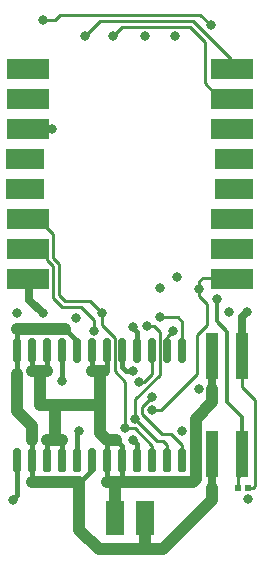
<source format=gbr>
%TF.GenerationSoftware,KiCad,Pcbnew,(5.1.10-1-10_14)*%
%TF.CreationDate,2021-06-13T18:58:13+09:00*%
%TF.ProjectId,tracer,74726163-6572-42e6-9b69-6361645f7063,rev?*%
%TF.SameCoordinates,Original*%
%TF.FileFunction,Copper,L1,Top*%
%TF.FilePolarity,Positive*%
%FSLAX46Y46*%
G04 Gerber Fmt 4.6, Leading zero omitted, Abs format (unit mm)*
G04 Created by KiCad (PCBNEW (5.1.10-1-10_14)) date 2021-06-13 18:58:13*
%MOMM*%
%LPD*%
G01*
G04 APERTURE LIST*
%TA.AperFunction,SMDPad,CuDef*%
%ADD10R,3.600000X1.800000*%
%TD*%
%TA.AperFunction,SMDPad,CuDef*%
%ADD11R,3.200000X1.800000*%
%TD*%
%TA.AperFunction,SMDPad,CuDef*%
%ADD12R,1.500000X3.000000*%
%TD*%
%TA.AperFunction,ComponentPad*%
%ADD13C,0.800000*%
%TD*%
%TA.AperFunction,SMDPad,CuDef*%
%ADD14R,1.000000X4.000000*%
%TD*%
%TA.AperFunction,SMDPad,CuDef*%
%ADD15R,0.500000X0.600000*%
%TD*%
%TA.AperFunction,ViaPad*%
%ADD16C,0.800000*%
%TD*%
%TA.AperFunction,Conductor*%
%ADD17C,0.457200*%
%TD*%
%TA.AperFunction,Conductor*%
%ADD18C,0.635000*%
%TD*%
%TA.AperFunction,Conductor*%
%ADD19C,0.250000*%
%TD*%
%TA.AperFunction,Conductor*%
%ADD20C,1.016000*%
%TD*%
%TA.AperFunction,Conductor*%
%ADD21C,0.304800*%
%TD*%
G04 APERTURE END LIST*
D10*
%TO.P,A1,1*%
%TO.N,+5V*%
X-8636000Y43307000D03*
%TO.P,A1,2*%
%TO.N,GND*%
X-8636000Y40767000D03*
%TO.P,A1,3*%
%TO.N,+3V3*%
X-8636000Y38227000D03*
D11*
%TO.P,A1,4*%
%TO.N,/RELAY1*%
X-8836000Y35687000D03*
%TO.P,A1,5*%
%TO.N,/RELAY2*%
X-8836000Y33147000D03*
D10*
%TO.P,A1,6*%
%TO.N,/~SHDN*%
X-8636000Y30607000D03*
%TO.P,A1,7*%
%TO.N,/~RS*%
X-8636000Y28067000D03*
%TO.P,A1,8*%
%TO.N,GND*%
X-8636000Y25527000D03*
%TO.P,A1,9*%
%TO.N,/SDI*%
X8636000Y25527000D03*
%TO.P,A1,10*%
%TO.N,/CLK*%
X8636000Y28067000D03*
%TO.P,A1,11*%
%TO.N,/~SS*%
X8636000Y30607000D03*
D11*
%TO.P,A1,12*%
%TO.N,/SDO1_3V*%
X8836000Y33147000D03*
%TO.P,A1,13*%
%TO.N,Net-(A1-Pad13)*%
X8836000Y35687000D03*
D10*
%TO.P,A1,14*%
%TO.N,Net-(A1-Pad14)*%
X8636000Y38227000D03*
%TO.P,A1,15*%
%TO.N,Net-(A1-Pad15)*%
X8636000Y40767000D03*
%TO.P,A1,16*%
%TO.N,Net-(A1-Pad16)*%
X8636000Y43307000D03*
%TD*%
D12*
%TO.P,J1,1*%
%TO.N,/SIG1A*%
X-1270000Y5327000D03*
%TO.P,J1,3*%
%TO.N,/SIG1B*%
X1270000Y5327000D03*
%TD*%
D13*
%TO.P,TP14,1*%
%TO.N,Net-(A1-Pad14)*%
X9906000Y38227000D03*
%TD*%
%TO.P,TP13,1*%
%TO.N,Net-(A1-Pad13)*%
X9906000Y35687000D03*
%TD*%
D14*
%TO.P,K1,2*%
%TO.N,Net-(D1-Pad2)*%
X9525000Y10680000D03*
%TO.P,K1,4*%
%TO.N,/SIG1B*%
X6985000Y10680000D03*
%TO.P,K1,3*%
%TO.N,/SIG1A*%
X6985000Y18980000D03*
%TO.P,K1,1*%
%TO.N,+5V*%
X9525000Y18980000D03*
%TD*%
D15*
%TO.P,D1,2*%
%TO.N,Net-(D1-Pad2)*%
X9195000Y7845000D03*
%TO.P,D1,1*%
%TO.N,+5V*%
X9995000Y7845000D03*
%TD*%
%TO.P,U1,1*%
%TO.N,GND*%
%TA.AperFunction,SMDPad,CuDef*%
G36*
G01*
X-9375000Y9155000D02*
X-9675000Y9155000D01*
G75*
G02*
X-9825000Y9305000I0J150000D01*
G01*
X-9825000Y11055000D01*
G75*
G02*
X-9675000Y11205000I150000J0D01*
G01*
X-9375000Y11205000D01*
G75*
G02*
X-9225000Y11055000I0J-150000D01*
G01*
X-9225000Y9305000D01*
G75*
G02*
X-9375000Y9155000I-150000J0D01*
G01*
G37*
%TD.AperFunction*%
%TO.P,U1,2*%
%TO.N,/SIG1B*%
%TA.AperFunction,SMDPad,CuDef*%
G36*
G01*
X-8105000Y9155000D02*
X-8405000Y9155000D01*
G75*
G02*
X-8555000Y9305000I0J150000D01*
G01*
X-8555000Y11055000D01*
G75*
G02*
X-8405000Y11205000I150000J0D01*
G01*
X-8105000Y11205000D01*
G75*
G02*
X-7955000Y11055000I0J-150000D01*
G01*
X-7955000Y9305000D01*
G75*
G02*
X-8105000Y9155000I-150000J0D01*
G01*
G37*
%TD.AperFunction*%
%TO.P,U1,3*%
%TO.N,/SIG1A*%
%TA.AperFunction,SMDPad,CuDef*%
G36*
G01*
X-6835000Y9155000D02*
X-7135000Y9155000D01*
G75*
G02*
X-7285000Y9305000I0J150000D01*
G01*
X-7285000Y11055000D01*
G75*
G02*
X-7135000Y11205000I150000J0D01*
G01*
X-6835000Y11205000D01*
G75*
G02*
X-6685000Y11055000I0J-150000D01*
G01*
X-6685000Y9305000D01*
G75*
G02*
X-6835000Y9155000I-150000J0D01*
G01*
G37*
%TD.AperFunction*%
%TO.P,U1,4*%
%TA.AperFunction,SMDPad,CuDef*%
G36*
G01*
X-5565000Y9155000D02*
X-5865000Y9155000D01*
G75*
G02*
X-6015000Y9305000I0J150000D01*
G01*
X-6015000Y11055000D01*
G75*
G02*
X-5865000Y11205000I150000J0D01*
G01*
X-5565000Y11205000D01*
G75*
G02*
X-5415000Y11055000I0J-150000D01*
G01*
X-5415000Y9305000D01*
G75*
G02*
X-5565000Y9155000I-150000J0D01*
G01*
G37*
%TD.AperFunction*%
%TO.P,U1,5*%
%TO.N,GND*%
%TA.AperFunction,SMDPad,CuDef*%
G36*
G01*
X-4295000Y9155000D02*
X-4595000Y9155000D01*
G75*
G02*
X-4745000Y9305000I0J150000D01*
G01*
X-4745000Y11055000D01*
G75*
G02*
X-4595000Y11205000I150000J0D01*
G01*
X-4295000Y11205000D01*
G75*
G02*
X-4145000Y11055000I0J-150000D01*
G01*
X-4145000Y9305000D01*
G75*
G02*
X-4295000Y9155000I-150000J0D01*
G01*
G37*
%TD.AperFunction*%
%TO.P,U1,6*%
%TO.N,/SIG1B*%
%TA.AperFunction,SMDPad,CuDef*%
G36*
G01*
X-3025000Y9155000D02*
X-3325000Y9155000D01*
G75*
G02*
X-3475000Y9305000I0J150000D01*
G01*
X-3475000Y11055000D01*
G75*
G02*
X-3325000Y11205000I150000J0D01*
G01*
X-3025000Y11205000D01*
G75*
G02*
X-2875000Y11055000I0J-150000D01*
G01*
X-2875000Y9305000D01*
G75*
G02*
X-3025000Y9155000I-150000J0D01*
G01*
G37*
%TD.AperFunction*%
%TO.P,U1,7*%
%TO.N,/SIG1A*%
%TA.AperFunction,SMDPad,CuDef*%
G36*
G01*
X-1755000Y9155000D02*
X-2055000Y9155000D01*
G75*
G02*
X-2205000Y9305000I0J150000D01*
G01*
X-2205000Y11055000D01*
G75*
G02*
X-2055000Y11205000I150000J0D01*
G01*
X-1755000Y11205000D01*
G75*
G02*
X-1605000Y11055000I0J-150000D01*
G01*
X-1605000Y9305000D01*
G75*
G02*
X-1755000Y9155000I-150000J0D01*
G01*
G37*
%TD.AperFunction*%
%TO.P,U1,8*%
%TA.AperFunction,SMDPad,CuDef*%
G36*
G01*
X-485000Y9155000D02*
X-785000Y9155000D01*
G75*
G02*
X-935000Y9305000I0J150000D01*
G01*
X-935000Y11055000D01*
G75*
G02*
X-785000Y11205000I150000J0D01*
G01*
X-485000Y11205000D01*
G75*
G02*
X-335000Y11055000I0J-150000D01*
G01*
X-335000Y9305000D01*
G75*
G02*
X-485000Y9155000I-150000J0D01*
G01*
G37*
%TD.AperFunction*%
%TO.P,U1,9*%
%TO.N,GND*%
%TA.AperFunction,SMDPad,CuDef*%
G36*
G01*
X785000Y9155000D02*
X485000Y9155000D01*
G75*
G02*
X335000Y9305000I0J150000D01*
G01*
X335000Y11055000D01*
G75*
G02*
X485000Y11205000I150000J0D01*
G01*
X785000Y11205000D01*
G75*
G02*
X935000Y11055000I0J-150000D01*
G01*
X935000Y9305000D01*
G75*
G02*
X785000Y9155000I-150000J0D01*
G01*
G37*
%TD.AperFunction*%
%TO.P,U1,10*%
%TO.N,/~SHDN*%
%TA.AperFunction,SMDPad,CuDef*%
G36*
G01*
X2055000Y9155000D02*
X1755000Y9155000D01*
G75*
G02*
X1605000Y9305000I0J150000D01*
G01*
X1605000Y11055000D01*
G75*
G02*
X1755000Y11205000I150000J0D01*
G01*
X2055000Y11205000D01*
G75*
G02*
X2205000Y11055000I0J-150000D01*
G01*
X2205000Y9305000D01*
G75*
G02*
X2055000Y9155000I-150000J0D01*
G01*
G37*
%TD.AperFunction*%
%TO.P,U1,11*%
%TO.N,/~SS*%
%TA.AperFunction,SMDPad,CuDef*%
G36*
G01*
X3325000Y9155000D02*
X3025000Y9155000D01*
G75*
G02*
X2875000Y9305000I0J150000D01*
G01*
X2875000Y11055000D01*
G75*
G02*
X3025000Y11205000I150000J0D01*
G01*
X3325000Y11205000D01*
G75*
G02*
X3475000Y11055000I0J-150000D01*
G01*
X3475000Y9305000D01*
G75*
G02*
X3325000Y9155000I-150000J0D01*
G01*
G37*
%TD.AperFunction*%
%TO.P,U1,12*%
%TO.N,/SDO2*%
%TA.AperFunction,SMDPad,CuDef*%
G36*
G01*
X4595000Y9155000D02*
X4295000Y9155000D01*
G75*
G02*
X4145000Y9305000I0J150000D01*
G01*
X4145000Y11055000D01*
G75*
G02*
X4295000Y11205000I150000J0D01*
G01*
X4595000Y11205000D01*
G75*
G02*
X4745000Y11055000I0J-150000D01*
G01*
X4745000Y9305000D01*
G75*
G02*
X4595000Y9155000I-150000J0D01*
G01*
G37*
%TD.AperFunction*%
%TO.P,U1,13*%
%TO.N,/SDO1_5V*%
%TA.AperFunction,SMDPad,CuDef*%
G36*
G01*
X4595000Y18455000D02*
X4295000Y18455000D01*
G75*
G02*
X4145000Y18605000I0J150000D01*
G01*
X4145000Y20355000D01*
G75*
G02*
X4295000Y20505000I150000J0D01*
G01*
X4595000Y20505000D01*
G75*
G02*
X4745000Y20355000I0J-150000D01*
G01*
X4745000Y18605000D01*
G75*
G02*
X4595000Y18455000I-150000J0D01*
G01*
G37*
%TD.AperFunction*%
%TO.P,U1,14*%
%TO.N,/CLK*%
%TA.AperFunction,SMDPad,CuDef*%
G36*
G01*
X3325000Y18455000D02*
X3025000Y18455000D01*
G75*
G02*
X2875000Y18605000I0J150000D01*
G01*
X2875000Y20355000D01*
G75*
G02*
X3025000Y20505000I150000J0D01*
G01*
X3325000Y20505000D01*
G75*
G02*
X3475000Y20355000I0J-150000D01*
G01*
X3475000Y18605000D01*
G75*
G02*
X3325000Y18455000I-150000J0D01*
G01*
G37*
%TD.AperFunction*%
%TO.P,U1,15*%
%TO.N,/~RS*%
%TA.AperFunction,SMDPad,CuDef*%
G36*
G01*
X2055000Y18455000D02*
X1755000Y18455000D01*
G75*
G02*
X1605000Y18605000I0J150000D01*
G01*
X1605000Y20355000D01*
G75*
G02*
X1755000Y20505000I150000J0D01*
G01*
X2055000Y20505000D01*
G75*
G02*
X2205000Y20355000I0J-150000D01*
G01*
X2205000Y18605000D01*
G75*
G02*
X2055000Y18455000I-150000J0D01*
G01*
G37*
%TD.AperFunction*%
%TO.P,U1,16*%
%TO.N,+5V*%
%TA.AperFunction,SMDPad,CuDef*%
G36*
G01*
X785000Y18455000D02*
X485000Y18455000D01*
G75*
G02*
X335000Y18605000I0J150000D01*
G01*
X335000Y20355000D01*
G75*
G02*
X485000Y20505000I150000J0D01*
G01*
X785000Y20505000D01*
G75*
G02*
X935000Y20355000I0J-150000D01*
G01*
X935000Y18605000D01*
G75*
G02*
X785000Y18455000I-150000J0D01*
G01*
G37*
%TD.AperFunction*%
%TO.P,U1,17*%
%TO.N,GND*%
%TA.AperFunction,SMDPad,CuDef*%
G36*
G01*
X-485000Y18455000D02*
X-785000Y18455000D01*
G75*
G02*
X-935000Y18605000I0J150000D01*
G01*
X-935000Y20355000D01*
G75*
G02*
X-785000Y20505000I150000J0D01*
G01*
X-485000Y20505000D01*
G75*
G02*
X-335000Y20355000I0J-150000D01*
G01*
X-335000Y18605000D01*
G75*
G02*
X-485000Y18455000I-150000J0D01*
G01*
G37*
%TD.AperFunction*%
%TO.P,U1,18*%
%TO.N,/SIG1A*%
%TA.AperFunction,SMDPad,CuDef*%
G36*
G01*
X-1755000Y18455000D02*
X-2055000Y18455000D01*
G75*
G02*
X-2205000Y18605000I0J150000D01*
G01*
X-2205000Y20355000D01*
G75*
G02*
X-2055000Y20505000I150000J0D01*
G01*
X-1755000Y20505000D01*
G75*
G02*
X-1605000Y20355000I0J-150000D01*
G01*
X-1605000Y18605000D01*
G75*
G02*
X-1755000Y18455000I-150000J0D01*
G01*
G37*
%TD.AperFunction*%
%TO.P,U1,19*%
%TA.AperFunction,SMDPad,CuDef*%
G36*
G01*
X-3025000Y18455000D02*
X-3325000Y18455000D01*
G75*
G02*
X-3475000Y18605000I0J150000D01*
G01*
X-3475000Y20355000D01*
G75*
G02*
X-3325000Y20505000I150000J0D01*
G01*
X-3025000Y20505000D01*
G75*
G02*
X-2875000Y20355000I0J-150000D01*
G01*
X-2875000Y18605000D01*
G75*
G02*
X-3025000Y18455000I-150000J0D01*
G01*
G37*
%TD.AperFunction*%
%TO.P,U1,20*%
%TO.N,/SIG1B*%
%TA.AperFunction,SMDPad,CuDef*%
G36*
G01*
X-4295000Y18455000D02*
X-4595000Y18455000D01*
G75*
G02*
X-4745000Y18605000I0J150000D01*
G01*
X-4745000Y20355000D01*
G75*
G02*
X-4595000Y20505000I150000J0D01*
G01*
X-4295000Y20505000D01*
G75*
G02*
X-4145000Y20355000I0J-150000D01*
G01*
X-4145000Y18605000D01*
G75*
G02*
X-4295000Y18455000I-150000J0D01*
G01*
G37*
%TD.AperFunction*%
%TO.P,U1,21*%
%TO.N,GND*%
%TA.AperFunction,SMDPad,CuDef*%
G36*
G01*
X-5565000Y18455000D02*
X-5865000Y18455000D01*
G75*
G02*
X-6015000Y18605000I0J150000D01*
G01*
X-6015000Y20355000D01*
G75*
G02*
X-5865000Y20505000I150000J0D01*
G01*
X-5565000Y20505000D01*
G75*
G02*
X-5415000Y20355000I0J-150000D01*
G01*
X-5415000Y18605000D01*
G75*
G02*
X-5565000Y18455000I-150000J0D01*
G01*
G37*
%TD.AperFunction*%
%TO.P,U1,22*%
%TO.N,/SIG1A*%
%TA.AperFunction,SMDPad,CuDef*%
G36*
G01*
X-6835000Y18455000D02*
X-7135000Y18455000D01*
G75*
G02*
X-7285000Y18605000I0J150000D01*
G01*
X-7285000Y20355000D01*
G75*
G02*
X-7135000Y20505000I150000J0D01*
G01*
X-6835000Y20505000D01*
G75*
G02*
X-6685000Y20355000I0J-150000D01*
G01*
X-6685000Y18605000D01*
G75*
G02*
X-6835000Y18455000I-150000J0D01*
G01*
G37*
%TD.AperFunction*%
%TO.P,U1,23*%
%TA.AperFunction,SMDPad,CuDef*%
G36*
G01*
X-8105000Y18455000D02*
X-8405000Y18455000D01*
G75*
G02*
X-8555000Y18605000I0J150000D01*
G01*
X-8555000Y20355000D01*
G75*
G02*
X-8405000Y20505000I150000J0D01*
G01*
X-8105000Y20505000D01*
G75*
G02*
X-7955000Y20355000I0J-150000D01*
G01*
X-7955000Y18605000D01*
G75*
G02*
X-8105000Y18455000I-150000J0D01*
G01*
G37*
%TD.AperFunction*%
%TO.P,U1,24*%
%TO.N,/SIG1B*%
%TA.AperFunction,SMDPad,CuDef*%
G36*
G01*
X-9375000Y18455000D02*
X-9675000Y18455000D01*
G75*
G02*
X-9825000Y18605000I0J150000D01*
G01*
X-9825000Y20355000D01*
G75*
G02*
X-9675000Y20505000I150000J0D01*
G01*
X-9375000Y20505000D01*
G75*
G02*
X-9225000Y20355000I0J-150000D01*
G01*
X-9225000Y18605000D01*
G75*
G02*
X-9375000Y18455000I-150000J0D01*
G01*
G37*
%TD.AperFunction*%
%TD*%
D16*
%TO.N,GND*%
X5842000Y16227000D03*
X-5715000Y16925500D03*
X-7366000Y22640500D03*
X254000Y17751000D03*
X4445000Y12671000D03*
X-9906000Y40767000D03*
X10033000Y6921500D03*
X-9906000Y6858000D03*
X254000Y11938000D03*
X2540000Y24765000D03*
X3810000Y46100000D03*
X-4318000Y12671000D03*
X8445500Y22733000D03*
%TO.N,/~SS*%
X9906000Y30607000D03*
X444500Y13652500D03*
X1460500Y21526500D03*
%TO.N,/CLK*%
X9906000Y28067000D03*
X3683000Y21145500D03*
%TO.N,/SDI*%
X1905000Y14414500D03*
X5905500Y24701500D03*
%TO.N,/~SHDN*%
X-9906000Y30607000D03*
X-381000Y12890500D03*
X-2349500Y22669500D03*
%TO.N,/~RS*%
X-2984500Y21116500D03*
X-9906000Y28067000D03*
X800000Y16800000D03*
%TO.N,+5V*%
X-9525000Y22640500D03*
X9937750Y22701250D03*
X254000Y21463000D03*
X-4508500Y22225000D03*
X-9900000Y42900000D03*
%TO.N,/SDO2*%
X1873250Y15525750D03*
%TO.N,+3V3*%
X-6604000Y38227000D03*
X1270000Y46100000D03*
X4000500Y25715000D03*
%TO.N,Net-(A1-Pad15)*%
X-1400000Y46100000D03*
%TO.N,Net-(A1-Pad16)*%
X-3800000Y46100000D03*
%TO.N,Net-(D1-Pad2)*%
X7366000Y23876000D03*
%TO.N,Net-(A1-Pad14)*%
X-7300000Y47500000D03*
X6900000Y47000000D03*
%TO.N,/RELAY1*%
X-9906000Y35687000D03*
%TO.N,/RELAY2*%
X-9906000Y33147000D03*
%TO.N,/SDO1_3V*%
X9906000Y33147000D03*
%TO.N,/SDO1_5V*%
X2540000Y22288500D03*
%TD*%
D17*
%TO.N,GND*%
X-5715000Y19480000D02*
X-5715000Y16925500D01*
X-8505000Y25557500D02*
X-8509000Y25561500D01*
D18*
X-8505000Y23779500D02*
X-8505000Y25557500D01*
X-7366000Y22640500D02*
X-8505000Y23779500D01*
D17*
X-7821000Y40865000D02*
X-8075000Y40611000D01*
X-635000Y18068500D02*
X-635000Y19480000D01*
X-317500Y17751000D02*
X-635000Y18068500D01*
X254000Y17751000D02*
X-317500Y17751000D01*
D19*
X-9808000Y40865000D02*
X-9906000Y40767000D01*
X-8509000Y40865000D02*
X-9808000Y40865000D01*
D17*
X-9525000Y7210000D02*
X-9525000Y10180000D01*
X-9906000Y6858000D02*
X-9877000Y6858000D01*
X-9877000Y6858000D02*
X-9525000Y7210000D01*
X635000Y11557000D02*
X635000Y10180000D01*
X254000Y11938000D02*
X635000Y11557000D01*
X-4318000Y12671000D02*
X-4445000Y12544000D01*
X-4445000Y12544000D02*
X-4445000Y10180000D01*
D19*
%TO.N,/~SS*%
X3175000Y11493500D02*
X3175000Y10180000D01*
X2286000Y11811000D02*
X2857500Y11811000D01*
X2857500Y11811000D02*
X3175000Y11493500D01*
X444500Y13652500D02*
X2286000Y11811000D01*
X444500Y15344500D02*
X444500Y13652500D01*
X2540000Y17440000D02*
X444500Y15344500D01*
X2540000Y21082000D02*
X2540000Y17440000D01*
X2095500Y21526500D02*
X2540000Y21082000D01*
X1460500Y21526500D02*
X2095500Y21526500D01*
%TO.N,/CLK*%
X3683000Y21145500D02*
X3175000Y20637500D01*
X3175000Y20637500D02*
X3175000Y19480000D01*
%TO.N,/SDI*%
X2667000Y14414500D02*
X1905000Y14414500D01*
X5715000Y17462500D02*
X2667000Y14414500D01*
X5715000Y20828000D02*
X5715000Y17462500D01*
X6540500Y21653500D02*
X5715000Y20828000D01*
X6540500Y23431500D02*
X6540500Y21653500D01*
X5905500Y24066500D02*
X6540500Y23431500D01*
X5905500Y24701500D02*
X5905500Y24066500D01*
X6194000Y25625000D02*
X8699500Y25625000D01*
X5905500Y25336500D02*
X6194000Y25625000D01*
X5905500Y24701500D02*
X5905500Y25336500D01*
%TO.N,/~SHDN*%
X-381000Y12890500D02*
X444500Y12890500D01*
X444500Y12890500D02*
X1905000Y11430000D01*
X1905000Y11430000D02*
X1905000Y10180000D01*
X-1270000Y20545000D02*
X-1270000Y17716500D01*
X-381000Y16827500D02*
X-381000Y12890500D01*
X-1270000Y17716500D02*
X-381000Y16827500D01*
X-2349500Y21624500D02*
X-1270000Y20545000D01*
X-2349500Y22669500D02*
X-2349500Y21624500D01*
X-6477000Y29337000D02*
X-7845000Y30705000D01*
X-7845000Y30705000D02*
X-9842500Y30705000D01*
X-5969000Y26797000D02*
X-6477000Y27305000D01*
X-5461000Y23685500D02*
X-5969000Y24193500D01*
X-5969000Y24193500D02*
X-5969000Y26797000D01*
X-3365500Y23685500D02*
X-5461000Y23685500D01*
X-6477000Y27305000D02*
X-6477000Y29337000D01*
X-2349500Y22669500D02*
X-3365500Y23685500D01*
%TO.N,/~RS*%
X-7048500Y28165000D02*
X-7683500Y28165000D01*
X-8509000Y28165000D02*
X-7239000Y28165000D01*
X-7239000Y28165000D02*
X-7048500Y28165000D01*
X-8509000Y28165000D02*
X-9842500Y28165000D01*
X1905000Y17497000D02*
X1905000Y19480000D01*
X1208000Y16800000D02*
X1905000Y17497000D01*
X800000Y16800000D02*
X1208000Y16800000D01*
X-6985000Y27114500D02*
X-6985000Y28101500D01*
X-6477000Y26606500D02*
X-6985000Y27114500D01*
X-4127500Y23177500D02*
X-5715000Y23177500D01*
X-6985000Y28101500D02*
X-7048500Y28165000D01*
X-5715000Y23177500D02*
X-6477000Y23939500D01*
X-2984500Y22034500D02*
X-4127500Y23177500D01*
X-6477000Y23939500D02*
X-6477000Y26606500D01*
X-2984500Y21116500D02*
X-2984500Y22034500D01*
%TO.N,+5V*%
X9525000Y16354000D02*
X9525000Y18894000D01*
X10604500Y15274500D02*
X9525000Y16354000D01*
X10604500Y8035500D02*
X10604500Y15274500D01*
X10414000Y7845000D02*
X10604500Y8035500D01*
X9995000Y7845000D02*
X10414000Y7845000D01*
D18*
X9525000Y22288500D02*
X9525000Y18980000D01*
X9937750Y22701250D02*
X9525000Y22288500D01*
D17*
X254000Y21463000D02*
X635000Y21082000D01*
X635000Y21082000D02*
X635000Y19402000D01*
D19*
X-9900000Y43313000D02*
X-9808000Y43405000D01*
X-9900000Y42900000D02*
X-9900000Y43313000D01*
D17*
%TO.N,/SIG1B*%
X-8255000Y10180000D02*
X-8255000Y8067000D01*
X-8255000Y10131000D02*
X-8255000Y10004000D01*
X-9525000Y17497000D02*
X-9525000Y19529000D01*
D18*
X6985000Y7845000D02*
X6985000Y10258000D01*
D17*
X-9525000Y19480000D02*
X-9525000Y21307000D01*
X-8255000Y10180000D02*
X-8255000Y11909000D01*
D20*
X-8255000Y13052000D02*
X-8255000Y11909000D01*
X-9525000Y14322000D02*
X-8255000Y13052000D01*
X-9525000Y17497000D02*
X-9525000Y14322000D01*
D17*
X-4286000Y8258000D02*
X-4286000Y8067000D01*
X-3175000Y9369000D02*
X-4286000Y8258000D01*
X-3175000Y10180000D02*
X-3175000Y9369000D01*
D20*
X1270000Y2828500D02*
X1460500Y2638000D01*
X1270000Y5327000D02*
X1270000Y2828500D01*
X-2603500Y2638000D02*
X1460500Y2638000D01*
X-4286000Y8353000D02*
X-4286000Y4320500D01*
X-4286000Y4320500D02*
X-2603500Y2638000D01*
X-8255000Y8353000D02*
X-4286000Y8353000D01*
X6985000Y6829000D02*
X6985000Y7845000D01*
X2794000Y2638000D02*
X6985000Y6829000D01*
X1460500Y2638000D02*
X2794000Y2638000D01*
D17*
X-4445000Y20262000D02*
X-5490000Y21307000D01*
X-4445000Y19480000D02*
X-4445000Y20262000D01*
D20*
X-9525000Y21307000D02*
X-5490000Y21307000D01*
%TO.N,/SIG1A*%
X-6985000Y11909000D02*
X-5715000Y11909000D01*
D17*
X-5715000Y10180000D02*
X-5715000Y11909000D01*
X-6985000Y10180000D02*
X-6985000Y11909000D01*
D20*
X-8255000Y17751000D02*
X-6985000Y17751000D01*
D17*
X-8255000Y19480000D02*
X-8255000Y17751000D01*
X-6985000Y19480000D02*
X-6985000Y17751000D01*
X-3175000Y19480000D02*
X-3175000Y17751000D01*
D20*
X-6350000Y14830000D02*
X-6350000Y12290000D01*
X-2540000Y17497000D02*
X-2540000Y14830000D01*
D18*
X6985000Y18980000D02*
X6985000Y16227000D01*
D17*
X-1905000Y10180000D02*
X-1905000Y8353000D01*
X-635000Y10180000D02*
X-635000Y8353000D01*
D20*
X-635000Y8353000D02*
X1397000Y8353000D01*
D18*
X1365000Y8321000D02*
X1397000Y8353000D01*
D20*
X-3175000Y17751000D02*
X-2159000Y17751000D01*
D17*
X-1905000Y18005000D02*
X-2159000Y17751000D01*
X-1905000Y19480000D02*
X-1905000Y18005000D01*
D20*
X5588000Y13687000D02*
X5588000Y8607000D01*
X5334000Y8353000D02*
X1397000Y8353000D01*
X6985000Y15084000D02*
X5588000Y13687000D01*
X5588000Y8607000D02*
X5334000Y8353000D01*
X6985000Y16227000D02*
X6985000Y15084000D01*
X-1270000Y8162500D02*
X-1079500Y8353000D01*
X-1270000Y4327000D02*
X-1270000Y8162500D01*
X-1079500Y8353000D02*
X-635000Y8353000D01*
X-1905000Y8353000D02*
X-1079500Y8353000D01*
X-7620000Y14830000D02*
X-2505500Y14830000D01*
X-7620000Y17497000D02*
X-7620000Y14830000D01*
D17*
X-1905000Y10180000D02*
X-1905000Y11938000D01*
D20*
X-2505500Y12538500D02*
X-1905000Y11938000D01*
X-2505500Y14830000D02*
X-2505500Y12538500D01*
X-1778000Y11938000D02*
X-1143000Y11938000D01*
D17*
X-1143000Y11938000D02*
X-889000Y11938000D01*
X-635000Y11430000D02*
X-1143000Y11938000D01*
X-635000Y10180000D02*
X-635000Y11430000D01*
D19*
%TO.N,/SDO2*%
X4445000Y11464500D02*
X4445000Y10180000D01*
X3492500Y12417000D02*
X4445000Y11464500D01*
X2759500Y12417000D02*
X3492500Y12417000D01*
X1079500Y14732000D02*
X1079500Y14097000D01*
X1873250Y15525750D02*
X1079500Y14732000D01*
X1079500Y14097000D02*
X2759500Y12417000D01*
D18*
%TO.N,+3V3*%
X-6604000Y38227000D02*
X-8699500Y38227000D01*
D19*
%TO.N,Net-(A1-Pad15)*%
X7700000Y40800000D02*
X8600000Y40800000D01*
X6400000Y42100000D02*
X7700000Y40800000D01*
X6400000Y45600000D02*
X6400000Y42100000D01*
X-600000Y46900000D02*
X5100000Y46900000D01*
X5100000Y46900000D02*
X6400000Y45600000D01*
X-1400000Y46100000D02*
X-600000Y46900000D01*
%TO.N,Net-(A1-Pad16)*%
X-2500000Y47400000D02*
X-3800000Y46100000D01*
X5400000Y47400000D02*
X-2500000Y47400000D01*
X8600000Y44200000D02*
X5400000Y47400000D01*
X8600000Y43300000D02*
X8600000Y44200000D01*
%TO.N,Net-(D1-Pad2)*%
X9144000Y8734000D02*
X9144000Y7845000D01*
X9525000Y9115000D02*
X9144000Y8734000D01*
X9525000Y10680000D02*
X9525000Y9115000D01*
D21*
X9525000Y13814000D02*
X9525000Y10680000D01*
X8255000Y15084000D02*
X9525000Y13814000D01*
X8255000Y21053000D02*
X8255000Y15084000D01*
X7366000Y21942000D02*
X8255000Y21053000D01*
X7366000Y23876000D02*
X7366000Y21942000D01*
D19*
%TO.N,Net-(A1-Pad14)*%
X-6300000Y47500000D02*
X-7300000Y47500000D01*
X-5900000Y47900000D02*
X-6300000Y47500000D01*
X6000000Y47900000D02*
X-5900000Y47900000D01*
X6900000Y47000000D02*
X6000000Y47900000D01*
%TO.N,/SDO1_5V*%
X4508500Y19543500D02*
X4445000Y19480000D01*
X4064000Y22288500D02*
X4445000Y21907500D01*
X4445000Y21907500D02*
X4445000Y19480000D01*
X2540000Y22288500D02*
X4064000Y22288500D01*
%TD*%
M02*

</source>
